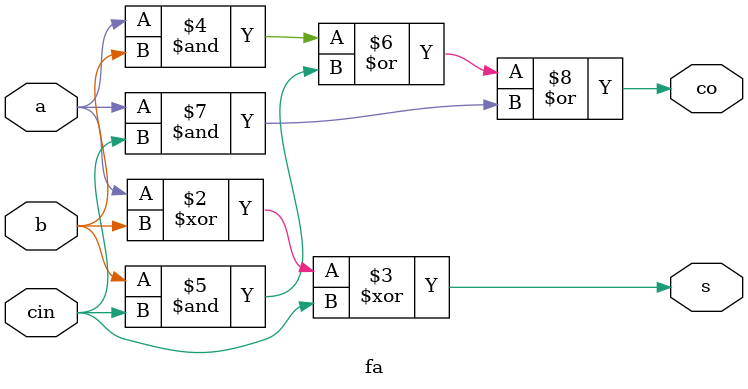
<source format=v>
module fa(input a,b,cin,output reg s,co);

always@*
begin
s=a^b^cin;
co=a&b | b&cin | a&cin;
end
endmodule


</source>
